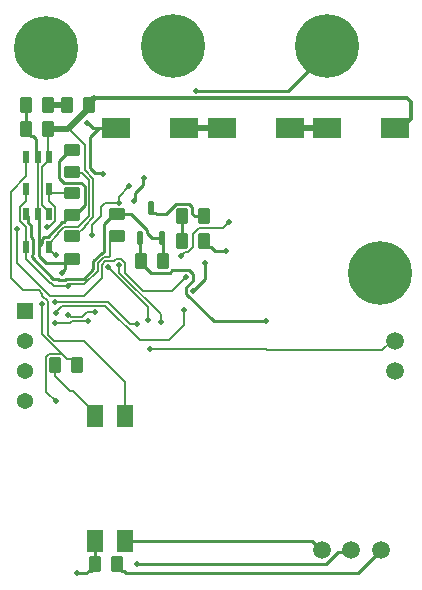
<source format=gbl>
G04*
G04 #@! TF.GenerationSoftware,Altium Limited,Altium Designer,23.10.1 (27)*
G04*
G04 Layer_Physical_Order=2*
G04 Layer_Color=16711680*
%FSLAX25Y25*%
%MOIN*%
G70*
G04*
G04 #@! TF.SameCoordinates,C0C592A9-96B4-4F53-9DEC-7EA94FB758FA*
G04*
G04*
G04 #@! TF.FilePolarity,Positive*
G04*
G01*
G75*
%ADD14C,0.01000*%
G04:AMPARAMS|DCode=16|XSize=39.37mil|YSize=55.91mil|CornerRadius=4.92mil|HoleSize=0mil|Usage=FLASHONLY|Rotation=0.000|XOffset=0mil|YOffset=0mil|HoleType=Round|Shape=RoundedRectangle|*
%AMROUNDEDRECTD16*
21,1,0.03937,0.04606,0,0,0.0*
21,1,0.02953,0.05591,0,0,0.0*
1,1,0.00984,0.01476,-0.02303*
1,1,0.00984,-0.01476,-0.02303*
1,1,0.00984,-0.01476,0.02303*
1,1,0.00984,0.01476,0.02303*
%
%ADD16ROUNDEDRECTD16*%
G04:AMPARAMS|DCode=25|XSize=39.37mil|YSize=55.91mil|CornerRadius=4.92mil|HoleSize=0mil|Usage=FLASHONLY|Rotation=90.000|XOffset=0mil|YOffset=0mil|HoleType=Round|Shape=RoundedRectangle|*
%AMROUNDEDRECTD25*
21,1,0.03937,0.04606,0,0,90.0*
21,1,0.02953,0.05591,0,0,90.0*
1,1,0.00984,0.02303,0.01476*
1,1,0.00984,0.02303,-0.01476*
1,1,0.00984,-0.02303,-0.01476*
1,1,0.00984,-0.02303,0.01476*
%
%ADD25ROUNDEDRECTD25*%
%ADD37C,0.05900*%
%ADD42C,0.01968*%
%ADD43C,0.00512*%
%ADD45R,0.05394X0.05394*%
%ADD46C,0.05394*%
%ADD47C,0.01968*%
%ADD48C,0.21260*%
%ADD49R,0.05200X0.07200*%
%ADD50R,0.02000X0.03850*%
G04:AMPARAMS|DCode=51|XSize=47.64mil|YSize=23.23mil|CornerRadius=5.81mil|HoleSize=0mil|Usage=FLASHONLY|Rotation=270.000|XOffset=0mil|YOffset=0mil|HoleType=Round|Shape=RoundedRectangle|*
%AMROUNDEDRECTD51*
21,1,0.04764,0.01161,0,0,270.0*
21,1,0.03602,0.02323,0,0,270.0*
1,1,0.01161,-0.00581,-0.01801*
1,1,0.01161,-0.00581,0.01801*
1,1,0.01161,0.00581,0.01801*
1,1,0.01161,0.00581,-0.01801*
%
%ADD51ROUNDEDRECTD51*%
%ADD52R,0.09700X0.06700*%
%ADD53C,0.01181*%
D14*
X178916Y362884D02*
X179000Y362800D01*
X174700Y364700D02*
X176516Y362884D01*
X178916D01*
X253600Y403200D02*
Y405500D01*
X240684Y390284D02*
X253600Y403200D01*
X210100Y390284D02*
X240684D01*
X183800Y231773D02*
Y232600D01*
X185268Y230305D02*
X186095D01*
X263986Y229700D02*
X271586Y237300D01*
X186700Y229700D02*
X263986D01*
X183800Y231773D02*
X185268Y230305D01*
X186095D02*
X186700Y229700D01*
X174700Y364700D02*
Y374900D01*
X177700Y377900D01*
X183400D01*
X175613D02*
X177700D01*
X173800Y379600D02*
X173913D01*
X175613Y377900D01*
X176300Y240400D02*
X176438Y240262D01*
Y232600D02*
Y240262D01*
X174143Y230305D02*
X174969D01*
X173538Y229700D02*
X174143Y230305D01*
X170400Y229700D02*
X173538D01*
X176438Y231773D02*
Y232600D01*
X174969Y230305D02*
X176438Y231773D01*
X190400Y232800D02*
X253393D01*
X261143Y236700D02*
X261743Y237300D01*
X257293Y236700D02*
X261143D01*
X253393Y232800D02*
X257293Y236700D01*
X186300Y240400D02*
X248707D01*
X251807Y237300D01*
X251900D01*
X189400Y353800D02*
X189585Y353985D01*
Y356247D01*
X192415Y359077D01*
Y361104D01*
X192600Y361289D01*
X203205Y352683D02*
X207632D01*
X195000Y350293D02*
X195655Y349638D01*
X196662D02*
X196775Y349525D01*
X200048D02*
X203205Y352683D01*
X195000Y350293D02*
Y351300D01*
X195655Y349638D02*
X196662D01*
X207632Y352683D02*
X208675Y351640D01*
Y349525D02*
Y351640D01*
X196775Y349525D02*
X200048D01*
X164459Y327428D02*
X166341D01*
X164087Y327800D02*
X164459Y327428D01*
X166341D02*
X166713Y327800D01*
X155404Y334896D02*
X162500Y327800D01*
X172580D02*
X175783Y331003D01*
X162500Y327800D02*
X164087D01*
X166713D02*
X172580D01*
X206828Y322759D02*
X215887Y313700D01*
X206828Y322759D02*
Y324978D01*
X208872Y327022D02*
Y329241D01*
X207541Y330572D02*
X208872Y329241D01*
X206828Y324978D02*
X208872Y327022D01*
X215887Y313700D02*
X233300D01*
X202168Y330572D02*
X207541D01*
X194994Y329717D02*
X201313D01*
X202168Y330572D01*
X191738Y332973D02*
Y333800D01*
Y332973D02*
X194994Y329717D01*
X160100Y333100D02*
X166572D01*
X167972Y334500D01*
X166504Y333032D02*
X166572Y333100D01*
X166504Y331066D02*
Y333032D01*
X165400Y329962D02*
X166504Y331066D01*
X167972Y334500D02*
X168799D01*
X165400Y329700D02*
Y329962D01*
X175783Y331003D02*
Y333661D01*
X178636Y336514D02*
X178932D01*
X179517Y337100D01*
X175783Y333661D02*
X178636Y336514D01*
X179517Y337100D02*
Y346044D01*
X168799Y349019D02*
X169626D01*
X167972D02*
X168799D01*
X157230Y349305D02*
X157528Y349006D01*
X213100Y327700D02*
Y333000D01*
X209100Y323700D02*
X213100Y327700D01*
X195482Y341418D02*
X198740D01*
X182773Y349300D02*
X188402D01*
X193709Y343993D01*
Y343191D02*
X195482Y341418D01*
X193709Y343191D02*
Y343993D01*
X198740Y341418D02*
X198920Y341238D01*
X212781Y339673D02*
X214250Y338205D01*
X215076D02*
X216281Y337000D01*
X219900D01*
X212781Y339673D02*
Y340500D01*
X214250Y338205D02*
X215076D01*
X208675Y349525D02*
X209600Y348600D01*
X212781D01*
X205419Y340500D02*
Y348600D01*
X198920Y333980D02*
Y341238D01*
Y333980D02*
X199100Y333800D01*
X179517Y346044D02*
X182773Y349300D01*
X157687Y335513D02*
Y338734D01*
Y335513D02*
X160100Y333100D01*
X158653Y340983D02*
X159407Y341737D01*
X160541D02*
X165339Y346535D01*
X159407Y341737D02*
X160541D01*
X165339Y346535D02*
X165918D01*
X166504Y347121D01*
Y347551D01*
X167972Y349019D01*
X158653Y339699D02*
Y340983D01*
X157687Y338734D02*
Y344700D01*
X157528Y344859D02*
Y349006D01*
Y344859D02*
X157687Y344700D01*
X155003Y341797D02*
Y345514D01*
X155747Y336067D02*
Y341053D01*
X155003Y341797D02*
X155747Y341053D01*
X153874Y346643D02*
X155003Y345514D01*
X153874Y346643D02*
Y348861D01*
X153460Y349275D02*
X153874Y348861D01*
X155404Y334896D02*
Y335724D01*
X155747Y336067D01*
X157687Y338734D02*
X158653Y339699D01*
X191239Y341398D02*
X191260Y341418D01*
X191239Y333820D02*
Y341398D01*
X164400Y367028D02*
X167972Y370600D01*
X164400Y361341D02*
Y367028D01*
Y361341D02*
X165931Y359809D01*
X154887Y375305D02*
X155714D01*
X156760Y368800D02*
Y374259D01*
X155714Y375305D02*
X156760Y374259D01*
X153419Y376773D02*
X154887Y375305D01*
X153419Y376773D02*
Y377600D01*
X169626Y349019D02*
X172882Y352275D01*
Y358595D01*
X171667Y359809D02*
X172882Y358595D01*
X165931Y359809D02*
X171667D01*
X167972Y370600D02*
X168799D01*
X157230Y368270D02*
X157260Y368300D01*
X156760Y368800D02*
X157260Y368300D01*
X153419Y377600D02*
X153428Y377609D01*
Y385591D02*
X153438Y385600D01*
X153428Y377609D02*
Y385591D01*
D16*
X163119Y298900D02*
D03*
X170481D02*
D03*
X174400Y385600D02*
D03*
X167038D02*
D03*
X160800D02*
D03*
X153438D02*
D03*
X205419Y340500D02*
D03*
X212781D02*
D03*
X176438Y232600D02*
D03*
X183800D02*
D03*
X191738Y333800D02*
D03*
X199100D02*
D03*
X153419Y377600D02*
D03*
X160781D02*
D03*
X212781Y348600D02*
D03*
X205419D02*
D03*
D25*
X183600Y349300D02*
D03*
Y341938D02*
D03*
X168799Y349019D02*
D03*
Y356381D02*
D03*
Y334500D02*
D03*
Y341862D02*
D03*
Y370600D02*
D03*
Y363238D02*
D03*
D37*
X251900Y237300D02*
D03*
X261743D02*
D03*
X271586D02*
D03*
X276400Y297100D02*
D03*
Y306943D02*
D03*
D42*
X160800Y385600D02*
X167038D01*
X160781Y377600D02*
X167227D01*
X174400Y384773D02*
Y385600D01*
X167227Y377600D02*
X174400Y384773D01*
Y385600D02*
Y386427D01*
X175895Y387922D01*
X276200Y377900D02*
X277978Y379678D01*
X241300Y377900D02*
X253600D01*
X206000D02*
X218700D01*
D43*
X188000Y312800D02*
X190300D01*
X190800D01*
X167300Y325885D02*
X172848D01*
X175799Y348231D02*
Y361138D01*
X172900Y345332D02*
X175799Y348231D01*
X167750Y377600D02*
X172900Y372450D01*
X169626Y341862D02*
X172900Y345136D01*
Y364037D02*
Y372450D01*
Y345136D02*
Y345332D01*
Y364037D02*
X175799Y361138D01*
X148300Y328000D02*
Y356731D01*
Y328000D02*
X152299Y324001D01*
X148300Y356731D02*
X153520Y361950D01*
X150400Y333037D02*
X161437Y322000D01*
X150400Y333037D02*
Y344300D01*
X152299Y324001D02*
X157599D01*
X163200Y316772D02*
X165229Y318801D01*
X163200Y316400D02*
Y316772D01*
X168011Y312900D02*
X168711Y313600D01*
X174000D01*
X163000Y312900D02*
X168011D01*
X173807Y316700D02*
X176400D01*
X172006Y314899D02*
X173807Y316700D01*
X191200Y307200D02*
X201000D01*
X179599Y318801D02*
X191200Y307200D01*
X165229Y318801D02*
X179599D01*
X194600Y304400D02*
X233340D01*
X233840Y303900D01*
X272185D01*
X275228Y306943D01*
X184286Y355186D02*
X187800Y358700D01*
X184286Y353127D02*
Y355186D01*
X184200Y353040D02*
X184286Y353127D01*
X161717Y326400D02*
X162818Y325300D01*
X167300D01*
X165073Y322128D02*
X165228Y321972D01*
X162060Y322128D02*
X165073D01*
X168240Y321972D02*
X168267Y322000D01*
X172700D01*
X165228Y321972D02*
X168240D01*
X161437Y322000D02*
X161933D01*
X172700D02*
X178625Y327925D01*
X161933Y322000D02*
X162060Y322128D01*
X180700Y320100D02*
X188000Y312800D01*
X162900Y320100D02*
X180700D01*
X167527Y315800D02*
X168428Y314899D01*
X172006D01*
X167400Y315800D02*
X167527D01*
X161400Y326400D02*
X161717D01*
X172848Y325885D02*
X177326Y330363D01*
X153460Y334340D02*
X161400Y326400D01*
X178625Y327925D02*
Y332484D01*
X179813Y333672D02*
X182804D01*
X186328Y329816D02*
X192343Y323800D01*
X182804Y333672D02*
X183460Y334328D01*
X185140D02*
X186328Y333140D01*
X183460Y334328D02*
X185140D01*
X186328Y329816D02*
Y333140D01*
X192343Y323800D02*
X202100D01*
X206600Y328300D01*
X180900Y334971D02*
X181200Y335271D01*
X179275Y334971D02*
X180900D01*
X177326Y330363D02*
Y333022D01*
X181200Y335271D02*
Y339890D01*
X177326Y333022D02*
X179275Y334971D01*
X178625Y332484D02*
X179813Y333672D01*
X162807Y307000D02*
X172600D01*
X160728Y309080D02*
X162807Y307000D01*
X160728Y309080D02*
Y320240D01*
X172600Y307000D02*
X186300Y293300D01*
X158823Y322145D02*
Y322777D01*
Y322145D02*
X160728Y320240D01*
X157599Y324001D02*
X158823Y322777D01*
X158700Y309270D02*
X165231Y302738D01*
X158700Y309270D02*
Y319400D01*
X218961Y344761D02*
X221000Y346800D01*
X211092Y344761D02*
X218961D01*
X209079Y342749D02*
X211092Y344761D01*
X207490Y336620D02*
X209079Y338209D01*
Y342749D01*
X205038Y335400D02*
X206258Y336620D01*
X205000Y335400D02*
X205038D01*
X206258Y336620D02*
X207490D01*
X161007Y302738D02*
X165231D01*
X175200Y345599D02*
X178250Y348649D01*
X175200Y342400D02*
Y345599D01*
X275228Y306943D02*
X276400D01*
X186300Y282000D02*
Y293300D01*
X206165Y312365D02*
Y317210D01*
X201000Y307200D02*
X206165Y312365D01*
X178250Y351750D02*
X179540Y353040D01*
X184200D01*
X178250Y348649D02*
Y351750D01*
X198229Y313371D02*
Y315906D01*
X184300Y329834D02*
Y332300D01*
Y329834D02*
X198229Y315906D01*
X194000Y314100D02*
Y318297D01*
X180653Y331644D02*
X194000Y318297D01*
X160940Y337600D02*
Y338525D01*
Y337600D02*
X162562Y335979D01*
X163221D01*
X163500Y335700D01*
X161000Y357125D02*
Y357550D01*
Y353616D02*
Y357125D01*
X160300Y345100D02*
X160579Y345379D01*
X161444D01*
X162984Y346918D01*
X161000Y353616D02*
X162984Y351632D01*
Y346918D02*
Y351632D01*
X153460Y334340D02*
Y338525D01*
Y344875D01*
X167227Y377600D02*
X167750D01*
X168799Y341862D02*
X169626D01*
X174500Y348769D02*
Y360600D01*
X170723Y344992D02*
X174500Y348769D01*
X165978Y344992D02*
X170723D01*
X164064Y343077D02*
X165978Y344992D01*
X164064Y342573D02*
Y343077D01*
X160940Y339450D02*
X164064Y342573D01*
X160940Y338525D02*
Y339450D01*
X172062Y363038D02*
X174500Y360600D01*
X160107Y290093D02*
X163300Y286900D01*
X160107Y301839D02*
X161007Y302738D01*
X160107Y290093D02*
Y301839D01*
X165231Y302738D02*
X167023Y300947D01*
X168787D01*
X170481Y299253D01*
Y298900D02*
Y299253D01*
X181207Y339897D02*
Y340243D01*
X182901Y341938D02*
X183600D01*
X181207Y340243D02*
X182901Y341938D01*
X181200Y339890D02*
X181207Y339897D01*
X163119Y295337D02*
X168115Y290341D01*
X163119Y295337D02*
Y298900D01*
X176300Y282000D02*
Y283000D01*
X168959Y290341D02*
X176300Y283000D01*
X168115Y290341D02*
X168959D01*
X153520Y361950D02*
Y368300D01*
X168999Y363038D02*
X172062D01*
X168799Y363238D02*
X168999Y363038D01*
X153520Y353735D02*
Y357550D01*
X151417Y351632D02*
X153520Y353735D01*
X151417Y346918D02*
Y351632D01*
Y346918D02*
X153460Y344875D01*
X161744Y356381D02*
X168799D01*
X161000Y357125D02*
X161744Y356381D01*
X158597Y352464D02*
Y364972D01*
X161000Y367375D01*
Y368300D01*
X160940Y349275D02*
Y350200D01*
X160117Y350944D02*
X160196D01*
X160940Y350200D01*
X158597Y352464D02*
X160117Y350944D01*
X160781Y368519D02*
Y377600D01*
Y368519D02*
X161000Y368300D01*
X157230Y349305D02*
Y368270D01*
D45*
X152900Y316900D02*
D03*
D46*
Y306900D02*
D03*
Y296900D02*
D03*
Y286900D02*
D03*
D47*
X179000Y362800D02*
D03*
X210100Y390284D02*
D03*
X190300Y312800D02*
D03*
X194600Y304400D02*
D03*
X170400Y229700D02*
D03*
X190400Y232800D02*
D03*
X150400Y344300D02*
D03*
X163200Y316400D02*
D03*
X163000Y312900D02*
D03*
X176400Y316700D02*
D03*
X174000Y313600D02*
D03*
X173800Y379600D02*
D03*
X192600Y361289D02*
D03*
X187800Y358700D02*
D03*
X189400Y353800D02*
D03*
X167300Y325300D02*
D03*
X167400Y315800D02*
D03*
X162900Y320100D02*
D03*
X233300Y313700D02*
D03*
X165400Y329700D02*
D03*
X221000Y346800D02*
D03*
X205000Y335400D02*
D03*
X175200Y342400D02*
D03*
X158700Y319400D02*
D03*
X213100Y333000D02*
D03*
X209100Y323700D02*
D03*
X219900Y337000D02*
D03*
X184200Y353040D02*
D03*
X206600Y328300D02*
D03*
X206165Y317210D02*
D03*
X198229Y313371D02*
D03*
X194000Y314100D02*
D03*
X184300Y332300D02*
D03*
X180653Y331644D02*
D03*
X163500Y335700D02*
D03*
X160300Y345100D02*
D03*
X163300Y286900D02*
D03*
D48*
X253600Y405500D02*
D03*
X202200D02*
D03*
X160100Y404800D02*
D03*
X271500Y329800D02*
D03*
D49*
X176300Y282000D02*
D03*
X186300D02*
D03*
Y240400D02*
D03*
X176300D02*
D03*
D50*
X153520Y357550D02*
D03*
X161000D02*
D03*
Y368300D02*
D03*
X157260D02*
D03*
X153520D02*
D03*
X153460Y338525D02*
D03*
X160940D02*
D03*
Y349275D02*
D03*
X157200D02*
D03*
X153460D02*
D03*
D51*
X195000Y351300D02*
D03*
X191260Y341418D02*
D03*
X198740D02*
D03*
D52*
X241300Y377900D02*
D03*
X218700D02*
D03*
X276200D02*
D03*
X253600D02*
D03*
X206000D02*
D03*
X183400D02*
D03*
D53*
X280427Y387922D02*
X281628Y386721D01*
X175895Y387922D02*
X280427D01*
X281628Y380879D02*
Y386721D01*
X280821Y380072D02*
X281628Y380879D01*
X277978Y379678D02*
X278372Y380072D01*
X280821D01*
M02*

</source>
